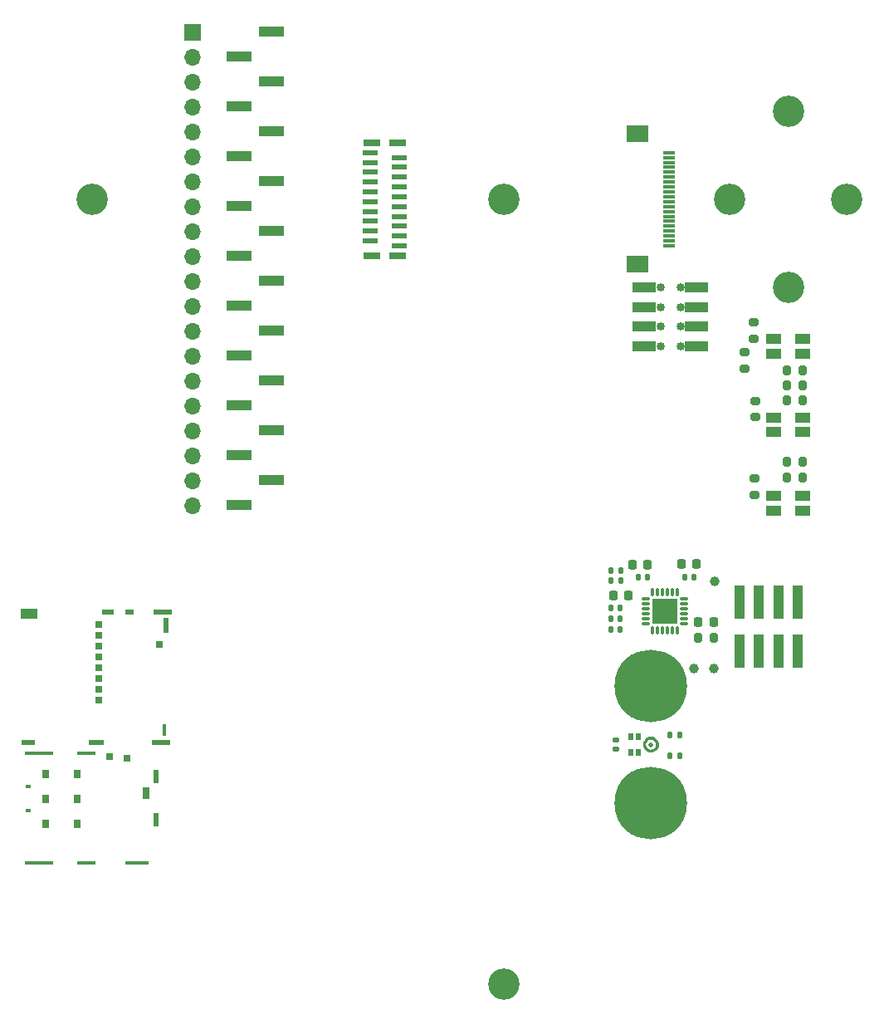
<source format=gbr>
%TF.GenerationSoftware,KiCad,Pcbnew,5.99.0-unknown-r24380-aab3c936*%
%TF.CreationDate,2021-01-25T13:27:43+00:00*%
%TF.ProjectId,safeproject-panel-r1,73616665-7072-46f6-9a65-63742d70616e,rev?*%
%TF.SameCoordinates,Original*%
%TF.FileFunction,Soldermask,Top*%
%TF.FilePolarity,Negative*%
%FSLAX46Y46*%
G04 Gerber Fmt 4.6, Leading zero omitted, Abs format (unit mm)*
G04 Created by KiCad (PCBNEW 5.99.0-unknown-r24380-aab3c936) date 2021-01-25 13:27:43*
%MOMM*%
%LPD*%
G01*
G04 APERTURE LIST*
G04 Aperture macros list*
%AMRoundRect*
0 Rectangle with rounded corners*
0 $1 Rounding radius*
0 $2 $3 $4 $5 $6 $7 $8 $9 X,Y pos of 4 corners*
0 Add a 4 corners polygon primitive as box body*
4,1,4,$2,$3,$4,$5,$6,$7,$8,$9,$2,$3,0*
0 Add four circle primitives for the rounded corners*
1,1,$1+$1,$2,$3,0*
1,1,$1+$1,$4,$5,0*
1,1,$1+$1,$6,$7,0*
1,1,$1+$1,$8,$9,0*
0 Add four rect primitives between the rounded corners*
20,1,$1+$1,$2,$3,$4,$5,0*
20,1,$1+$1,$4,$5,$6,$7,0*
20,1,$1+$1,$6,$7,$8,$9,0*
20,1,$1+$1,$8,$9,$2,$3,0*%
G04 Aperture macros list end*
%ADD10C,0.850000*%
%ADD11R,2.350000X1.000000*%
%ADD12RoundRect,0.075000X-0.350000X-0.075000X0.350000X-0.075000X0.350000X0.075000X-0.350000X0.075000X0*%
%ADD13RoundRect,0.075000X-0.075000X-0.350000X0.075000X-0.350000X0.075000X0.350000X-0.075000X0.350000X0*%
%ADD14R,2.650000X2.650000*%
%ADD15RoundRect,0.225000X-0.225000X-0.250000X0.225000X-0.250000X0.225000X0.250000X-0.225000X0.250000X0*%
%ADD16R,1.700000X1.700000*%
%ADD17O,1.700000X1.700000*%
%ADD18RoundRect,0.140000X-0.140000X-0.170000X0.140000X-0.170000X0.140000X0.170000X-0.140000X0.170000X0*%
%ADD19R,1.500000X1.100000*%
%ADD20R,1.300000X0.300000*%
%ADD21R,2.200000X1.800000*%
%ADD22R,1.500000X0.600000*%
%ADD23R,1.800000X0.800000*%
%ADD24C,3.200000*%
%ADD25C,1.000000*%
%ADD26RoundRect,0.135000X-0.135000X-0.185000X0.135000X-0.185000X0.135000X0.185000X-0.135000X0.185000X0*%
%ADD27RoundRect,0.200000X-0.275000X0.200000X-0.275000X-0.200000X0.275000X-0.200000X0.275000X0.200000X0*%
%ADD28RoundRect,0.200000X-0.200000X-0.275000X0.200000X-0.275000X0.200000X0.275000X-0.200000X0.275000X0*%
%ADD29R,0.700000X0.640000*%
%ADD30R,0.550000X1.550000*%
%ADD31R,0.700000X0.700000*%
%ADD32R,1.450000X0.570000*%
%ADD33R,1.150000X0.520000*%
%ADD34R,1.850000X0.570000*%
%ADD35R,1.650000X0.520000*%
%ADD36R,0.820000X0.520000*%
%ADD37R,1.960000X0.570000*%
%ADD38R,1.700000X1.010000*%
%ADD39R,0.450000X1.300000*%
%ADD40C,7.400000*%
%ADD41RoundRect,0.225000X0.225000X0.250000X-0.225000X0.250000X-0.225000X-0.250000X0.225000X-0.250000X0*%
%ADD42R,0.700000X0.900000*%
%ADD43R,0.650000X1.200000*%
%ADD44R,0.600000X0.300000*%
%ADD45R,1.900000X0.450000*%
%ADD46R,2.900000X0.450000*%
%ADD47R,0.500000X1.400000*%
%ADD48R,2.400000X0.450000*%
%ADD49R,0.700000X0.750000*%
%ADD50C,0.500000*%
%ADD51R,0.522000X0.725000*%
%ADD52R,2.510000X1.000000*%
%ADD53RoundRect,0.140000X-0.170000X0.140000X-0.170000X-0.140000X0.170000X-0.140000X0.170000X0.140000X0*%
%ADD54R,1.000000X3.500000*%
G04 APERTURE END LIST*
D10*
%TO.C,J1*%
X38000000Y25000000D03*
X36000000Y27000000D03*
X38000000Y31000000D03*
X36000000Y29000000D03*
X38000000Y29000000D03*
X38000000Y27000000D03*
X36000000Y25000000D03*
X36000000Y31000000D03*
D11*
X39675000Y31000000D03*
X34325000Y31000000D03*
X39675000Y29000000D03*
X34325000Y29000000D03*
X39675000Y27000000D03*
X34325000Y27000000D03*
X39675000Y25000000D03*
X34325000Y25000000D03*
%TD*%
D12*
%TO.C,U1*%
X34450000Y-750000D03*
X34450000Y-1250000D03*
X34450000Y-1750000D03*
X34450000Y-2250000D03*
X34450000Y-2750000D03*
X34450000Y-3250000D03*
D13*
X35150000Y-3950000D03*
X35650000Y-3950000D03*
X36150000Y-3950000D03*
X36650000Y-3950000D03*
X37150000Y-3950000D03*
X37650000Y-3950000D03*
D12*
X38350000Y-3250000D03*
X38350000Y-2750000D03*
X38350000Y-2250000D03*
X38350000Y-1750000D03*
X38350000Y-1250000D03*
X38350000Y-750000D03*
D13*
X37650000Y-50000D03*
X37150000Y-50000D03*
X36650000Y-50000D03*
X36150000Y-50000D03*
X35650000Y-50000D03*
X35150000Y-50000D03*
D14*
X36400000Y-2000000D03*
%TD*%
D15*
%TO.C,C8*%
X33100000Y2700000D03*
X34650000Y2700000D03*
%TD*%
D16*
%TO.C,J5*%
X-11713803Y57000000D03*
D17*
X-11713803Y54460000D03*
X-11713803Y51920000D03*
X-11713803Y49380000D03*
X-11713803Y46840000D03*
X-11713803Y44300000D03*
X-11713803Y41760000D03*
X-11713803Y39220000D03*
X-11713803Y36680000D03*
X-11713803Y34140000D03*
X-11713803Y31600000D03*
X-11713803Y29060000D03*
X-11713803Y26520000D03*
X-11713803Y23980000D03*
X-11713803Y21440000D03*
X-11713803Y18900000D03*
X-11713803Y16360000D03*
X-11713803Y13820000D03*
X-11713803Y11280000D03*
X-11713803Y8740000D03*
%TD*%
D18*
%TO.C,C3*%
X30920000Y-2800000D03*
X31880000Y-2800000D03*
%TD*%
D19*
%TO.C,LED3*%
X50500000Y8250000D03*
X47500000Y8250000D03*
X47500000Y9750000D03*
X50500000Y9750000D03*
%TD*%
D20*
%TO.C,J2*%
X36850000Y44750000D03*
X36850000Y44250000D03*
X36850000Y43750000D03*
X36850000Y43250000D03*
X36850000Y42750000D03*
X36850000Y42250000D03*
X36850000Y41750000D03*
X36850000Y41250000D03*
X36850000Y40750000D03*
X36850000Y40250000D03*
X36850000Y39750000D03*
X36850000Y39250000D03*
X36850000Y38750000D03*
X36850000Y38250000D03*
X36850000Y37750000D03*
X36850000Y37250000D03*
X36850000Y36750000D03*
X36850000Y36250000D03*
X36850000Y35750000D03*
X36850000Y35250000D03*
D21*
X33600000Y33350000D03*
X33600000Y46650000D03*
%TD*%
D22*
%TO.C,J2*%
X6348600Y44750000D03*
X9348600Y44250000D03*
X6348600Y43750000D03*
X9348600Y43250000D03*
X6348600Y42750000D03*
X9348600Y42250000D03*
X6348600Y41750000D03*
X9348600Y41250000D03*
X6348600Y40750000D03*
X9348600Y40250000D03*
X6348600Y39750000D03*
X9348600Y39250000D03*
X6348600Y38750000D03*
X9348600Y38250000D03*
X6348600Y37750000D03*
X9348600Y37250000D03*
X6348600Y36750000D03*
X9348600Y36250000D03*
X6348600Y35750000D03*
X9348600Y35250000D03*
D23*
X9198600Y45750000D03*
X9198600Y34250000D03*
X6498600Y34250000D03*
X6498600Y45750000D03*
%TD*%
D24*
%TO.C,REF\u002A\u002A*%
X-22001400Y40000000D03*
%TD*%
D25*
%TO.C,TP2*%
X39425000Y-7850000D03*
%TD*%
%TO.C,TP1*%
X41485377Y1060284D03*
%TD*%
D26*
%TO.C,R2*%
X36890000Y-14650000D03*
X37910000Y-14650000D03*
%TD*%
D27*
%TO.C,R1*%
X45450000Y27425000D03*
X45450000Y25775000D03*
%TD*%
D18*
%TO.C,C9*%
X33695000Y1500000D03*
X34655000Y1500000D03*
%TD*%
D28*
%TO.C,R6*%
X48825000Y11600000D03*
X50475000Y11600000D03*
%TD*%
D29*
%TO.C,J3*%
X-21301400Y-11070000D03*
X-21301400Y-9970000D03*
X-21301400Y-8870000D03*
X-21301400Y-7770000D03*
X-21301400Y-6670000D03*
X-21301400Y-5570000D03*
X-21301400Y-4470000D03*
X-21301400Y-3370000D03*
D30*
X-14476400Y-3475000D03*
D31*
X-15101400Y-5370000D03*
D32*
X-28526400Y-15385000D03*
D33*
X-20371400Y-2050000D03*
D34*
X-14801400Y-2050000D03*
D35*
X-21571400Y-15385000D03*
D36*
X-18161400Y-2050000D03*
D37*
X-14931400Y-15385000D03*
D38*
X-28401400Y-2235000D03*
D39*
X-14646400Y-14100000D03*
%TD*%
D25*
%TO.C,TP3*%
X41450000Y-7825000D03*
%TD*%
D28*
%TO.C,R5*%
X48825000Y19500000D03*
X50475000Y19500000D03*
%TD*%
D15*
%TO.C,C10*%
X38075000Y2800000D03*
X39625000Y2800000D03*
%TD*%
D24*
%TO.C,REF\u002A\u002A*%
X19998600Y40000000D03*
%TD*%
D40*
%TO.C,REF\u002A\u002A*%
X35000000Y-9600000D03*
%TD*%
D28*
%TO.C,R7*%
X48825000Y22550000D03*
X50475000Y22550000D03*
%TD*%
%TO.C,R8*%
X48825000Y21000000D03*
X50475000Y21000000D03*
%TD*%
D41*
%TO.C,C12*%
X41375000Y-3131255D03*
X39825000Y-3131255D03*
%TD*%
D27*
%TO.C,R4*%
X44550000Y24375000D03*
X44550000Y22725000D03*
%TD*%
D24*
%TO.C,REF\u002A\u002A*%
X19998600Y-40000000D03*
%TD*%
D42*
%TO.C,J1*%
X-26711400Y-23640000D03*
X-26711400Y-21100000D03*
X-26711400Y-18560000D03*
X-23541400Y-23640000D03*
X-23541400Y-21100000D03*
X-23541400Y-18560000D03*
D31*
X-20211400Y-16830000D03*
D43*
X-16536400Y-20550000D03*
D44*
X-28561400Y-22320000D03*
D45*
X-22561400Y-27655000D03*
D46*
X-27411400Y-16505000D03*
D47*
X-15461400Y-18880000D03*
D44*
X-28561400Y-19880000D03*
D46*
X-27411400Y-27655000D03*
D47*
X-15461400Y-23300000D03*
D48*
X-17411400Y-27655000D03*
D49*
X-18411400Y-17005000D03*
D45*
X-22561400Y-16505000D03*
%TD*%
D19*
%TO.C,LED2*%
X50500000Y16250000D03*
X47500000Y16250000D03*
X47500000Y17750000D03*
X50500000Y17750000D03*
%TD*%
D18*
%TO.C,C5*%
X30920000Y-1675000D03*
X31880000Y-1675000D03*
%TD*%
D27*
%TO.C,R3*%
X45550000Y11525000D03*
X45550000Y9875000D03*
%TD*%
D50*
%TO.C,MK1*%
X35000000Y-15600000D03*
D51*
X32926000Y-16437500D03*
X33748000Y-16437500D03*
G36*
X34208967Y-15414465D02*
G01*
X34269730Y-15243823D01*
X34366788Y-15090884D01*
X34495317Y-14963249D01*
X34648930Y-14867261D01*
X34819992Y-14807691D01*
X35000000Y-14787500D01*
X35022686Y-14787817D01*
X35202062Y-14813026D01*
X35371393Y-14877349D01*
X35522266Y-14977589D01*
X35647182Y-15108763D01*
X35739930Y-15264353D01*
X35795905Y-15436624D01*
X35809885Y-15590241D01*
X35812500Y-15600000D01*
X35811211Y-15604810D01*
X35812322Y-15617016D01*
X35788364Y-15796562D01*
X35725225Y-15966338D01*
X35626042Y-16117907D01*
X35495743Y-16243735D01*
X35340805Y-16337569D01*
X35168928Y-16394745D01*
X34993739Y-16411922D01*
X34993739Y-16112461D01*
X35137821Y-16093620D01*
X35270825Y-16035098D01*
X35382056Y-15941598D01*
X35462575Y-15820637D01*
X35505907Y-15681938D01*
X35508570Y-15536654D01*
X35470349Y-15396462D01*
X35394317Y-15272631D01*
X35286586Y-15175118D01*
X35155818Y-15111761D01*
X35012521Y-15087653D01*
X35000000Y-15087500D01*
X34856158Y-15108100D01*
X34723880Y-15168243D01*
X34613799Y-15263095D01*
X34534764Y-15385031D01*
X34493129Y-15524248D01*
X34492242Y-15669553D01*
X34532172Y-15809268D01*
X34609712Y-15932160D01*
X34718626Y-16028350D01*
X34850160Y-16090105D01*
X34993739Y-16112461D01*
X34993739Y-16411922D01*
X34988656Y-16412421D01*
X34808947Y-16389718D01*
X34638734Y-16327765D01*
X34486476Y-16229641D01*
X34359741Y-16100224D01*
X34264828Y-15945945D01*
X34206454Y-15774471D01*
X34187520Y-15594328D01*
X34208967Y-15414465D01*
G37*
X33748000Y-14762500D03*
X32926000Y-14762500D03*
%TD*%
D40*
%TO.C,REF\u002A\u002A*%
X35000000Y-21600000D03*
%TD*%
D18*
%TO.C,C2*%
X30920000Y-3900000D03*
X31880000Y-3900000D03*
%TD*%
D52*
%TO.C,J4*%
X-3677817Y57130000D03*
X-6987817Y54590000D03*
X-3677817Y52050000D03*
X-6987817Y49510000D03*
X-3677817Y46970000D03*
X-6987817Y44430000D03*
X-3677817Y41890000D03*
X-6987817Y39350000D03*
X-3677817Y36810000D03*
X-6987817Y34270000D03*
X-3677817Y31730000D03*
X-6987817Y29190000D03*
X-3677817Y26650000D03*
X-6987817Y24110000D03*
X-3677817Y21570000D03*
X-6987817Y19030000D03*
X-3677817Y16490000D03*
X-6987817Y13950000D03*
X-3677817Y11410000D03*
X-6987817Y8870000D03*
%TD*%
D53*
%TO.C,C1*%
X31400000Y-15120000D03*
X31400000Y-16080000D03*
%TD*%
D18*
%TO.C,C7*%
X30935000Y1160000D03*
X31895000Y1160000D03*
%TD*%
D27*
%TO.C,R2*%
X45650000Y19425000D03*
X45650000Y17775000D03*
%TD*%
D26*
%TO.C,R1*%
X36890000Y-16700000D03*
X37910000Y-16700000D03*
%TD*%
D28*
%TO.C,R3*%
X39775000Y-4700000D03*
X41425000Y-4700000D03*
%TD*%
D15*
%TO.C,C4*%
X31165000Y-440000D03*
X32715000Y-440000D03*
%TD*%
D19*
%TO.C,LED1*%
X50500000Y24250000D03*
X47500000Y24250000D03*
X47500000Y25750000D03*
X50500000Y25750000D03*
%TD*%
D18*
%TO.C,C6*%
X30935000Y2100000D03*
X31895000Y2100000D03*
%TD*%
D54*
%TO.C,J1*%
X44000000Y-6100000D03*
X44000000Y-1100000D03*
X46000000Y-6100000D03*
X46000000Y-1100000D03*
X48000000Y-6100000D03*
X48000000Y-1100000D03*
X50000000Y-6100000D03*
X50000000Y-1100000D03*
%TD*%
D28*
%TO.C,R9*%
X48825000Y13200000D03*
X50475000Y13200000D03*
%TD*%
D18*
%TO.C,C11*%
X38420000Y1450000D03*
X39380000Y1450000D03*
%TD*%
D24*
%TO.C,REF\u002A\u002A*%
X55000000Y40000000D03*
%TD*%
%TO.C,REF\u002A\u002A*%
X43000000Y40000000D03*
%TD*%
%TO.C,REF\u002A\u002A*%
X49000000Y49000000D03*
%TD*%
%TO.C,REF\u002A\u002A*%
X49000000Y31000000D03*
%TD*%
M02*

</source>
